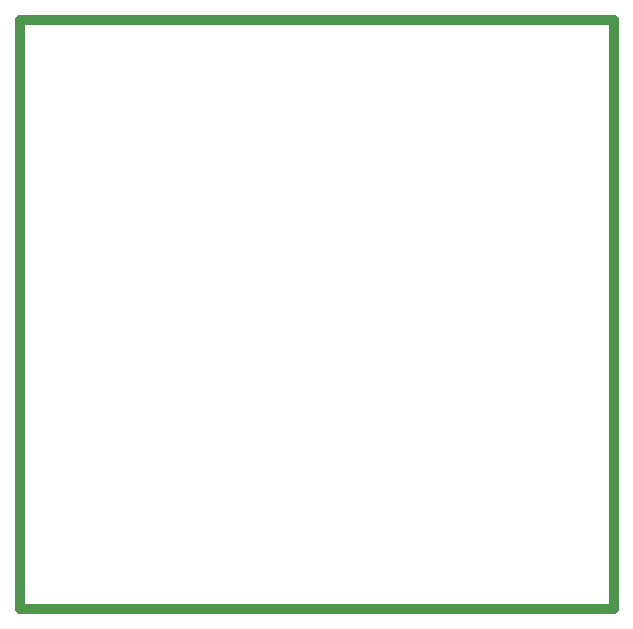
<source format=gko>
G04*
G04 #@! TF.GenerationSoftware,Altium Limited,Altium Designer,23.9.2 (47)*
G04*
G04 Layer_Color=16711935*
%FSLAX44Y44*%
%MOMM*%
G71*
G04*
G04 #@! TF.SameCoordinates,60F5B71E-2B93-43DD-B637-9BD39DAD1F72*
G04*
G04*
G04 #@! TF.FilePolarity,Positive*
G04*
G01*
G75*
%ADD50C,0.8128*%
D50*
X0Y123250D02*
Y622300D01*
Y123250D02*
X502750D01*
X0Y622300D02*
X502750D01*
X502750Y123250D01*
M02*

</source>
